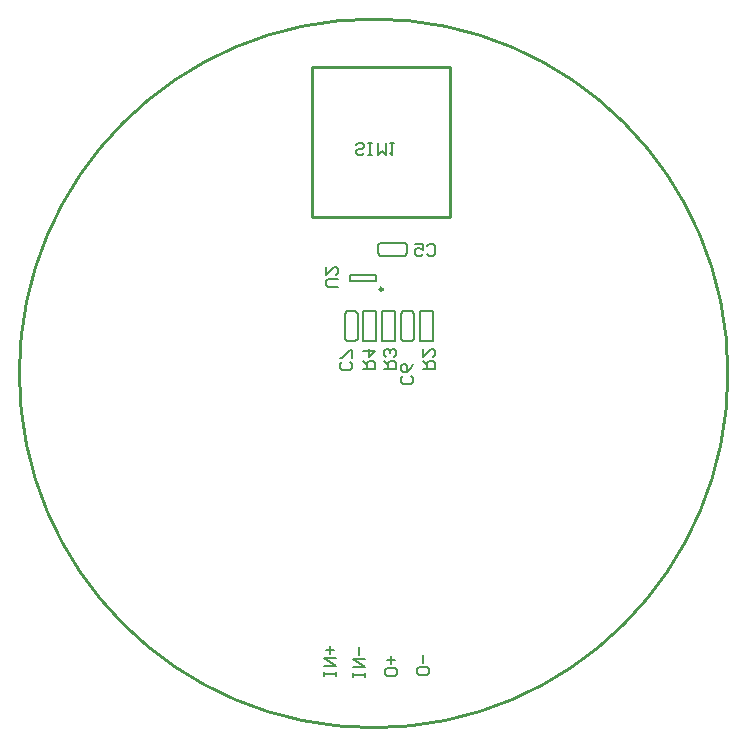
<source format=gbo>
%FSLAX25Y25*%
%MOIN*%
G70*
G01*
G75*
G04 Layer_Color=32896*
%ADD10C,0.02500*%
%ADD11R,0.11811X0.08661*%
%ADD12R,0.03347X0.02756*%
%ADD13R,0.02756X0.03347*%
%ADD14O,0.03543X0.01969*%
%ADD15O,0.03543X0.01969*%
%ADD16R,0.03543X0.01969*%
%ADD17R,0.01969X0.03150*%
%ADD18R,0.02362X0.03937*%
%ADD19O,0.02500X0.05500*%
%ADD20R,0.02500X0.05500*%
%ADD21R,0.03150X0.01969*%
%ADD22R,0.08661X0.11811*%
%ADD23O,0.05500X0.02500*%
%ADD24R,0.05500X0.02500*%
%ADD25R,0.02165X0.01181*%
%ADD26R,0.03150X0.01181*%
%ADD27R,0.01181X0.02165*%
%ADD28R,0.01181X0.03150*%
%ADD29R,0.03937X0.02362*%
%ADD30O,0.02362X0.07087*%
%ADD31O,0.07087X0.02362*%
%ADD32R,0.07000X0.03150*%
%ADD33R,0.07874X0.06000*%
%ADD34R,0.03937X0.03150*%
G04:AMPARAMS|DCode=35|XSize=35.43mil|YSize=157.48mil|CornerRadius=1.77mil|HoleSize=0mil|Usage=FLASHONLY|Rotation=300.000|XOffset=0mil|YOffset=0mil|HoleType=Round|Shape=RoundedRectangle|*
%AMROUNDEDRECTD35*
21,1,0.03543,0.15394,0,0,300.0*
21,1,0.03189,0.15748,0,0,300.0*
1,1,0.00354,-0.05868,-0.05229*
1,1,0.00354,-0.07463,-0.02468*
1,1,0.00354,0.05868,0.05229*
1,1,0.00354,0.07463,0.02468*
%
%ADD35ROUNDEDRECTD35*%
%ADD36C,0.02000*%
%ADD37C,0.07000*%
%ADD38C,0.00800*%
%ADD39C,0.01000*%
%ADD40C,0.04000*%
%ADD41C,0.05000*%
%ADD42C,0.03000*%
%ADD43R,0.07874X0.11811*%
%ADD44O,0.07874X0.11811*%
%ADD45R,0.05906X0.05906*%
%ADD46C,0.05906*%
%ADD47R,0.05906X0.05906*%
%ADD48C,0.06000*%
G04:AMPARAMS|DCode=49|XSize=51.18mil|YSize=173.23mil|CornerRadius=2.56mil|HoleSize=0mil|Usage=FLASHONLY|Rotation=300.000|XOffset=0mil|YOffset=0mil|HoleType=Round|Shape=RoundedRectangle|*
%AMROUNDEDRECTD49*
21,1,0.05118,0.16811,0,0,300.0*
21,1,0.04606,0.17323,0,0,300.0*
1,1,0.00512,-0.06128,-0.06197*
1,1,0.00512,-0.08431,-0.02208*
1,1,0.00512,0.06128,0.06197*
1,1,0.00512,0.08431,0.02208*
%
%ADD49ROUNDEDRECTD49*%
%ADD50C,0.03000*%
%ADD51C,0.02000*%
%ADD52C,0.05000*%
%ADD53R,0.01575X0.03347*%
%ADD54R,0.02756X0.08268*%
%ADD55R,0.02559X0.04843*%
%ADD56C,0.00500*%
%ADD57C,0.00787*%
%ADD58R,0.11811X0.01575*%
%ADD59R,0.01575X0.11811*%
%ADD60R,0.12611X0.09461*%
%ADD61R,0.04147X0.03556*%
%ADD62R,0.03556X0.04147*%
%ADD63O,0.04343X0.02769*%
%ADD64O,0.04343X0.02769*%
%ADD65R,0.04343X0.02769*%
%ADD66R,0.02769X0.03950*%
%ADD67R,0.03162X0.04737*%
%ADD68O,0.03300X0.06300*%
%ADD69R,0.03300X0.06300*%
%ADD70R,0.03950X0.02769*%
%ADD71R,0.09461X0.12611*%
%ADD72O,0.06300X0.03300*%
%ADD73R,0.06300X0.03300*%
%ADD74R,0.02965X0.01981*%
%ADD75R,0.03950X0.01981*%
%ADD76R,0.01981X0.02965*%
%ADD77R,0.01981X0.03950*%
%ADD78R,0.04737X0.03162*%
%ADD79O,0.03162X0.07887*%
%ADD80O,0.07887X0.03162*%
%ADD81R,0.07800X0.03950*%
%ADD82R,0.08674X0.06800*%
%ADD83R,0.04737X0.03950*%
G04:AMPARAMS|DCode=84|XSize=39.37mil|YSize=161.42mil|CornerRadius=1.97mil|HoleSize=0mil|Usage=FLASHONLY|Rotation=300.000|XOffset=0mil|YOffset=0mil|HoleType=Round|Shape=RoundedRectangle|*
%AMROUNDEDRECTD84*
21,1,0.03937,0.15748,0,0,300.0*
21,1,0.03543,0.16142,0,0,300.0*
1,1,0.00394,-0.05933,-0.05471*
1,1,0.00394,-0.07705,-0.02403*
1,1,0.00394,0.05933,0.05471*
1,1,0.00394,0.07705,0.02403*
%
%ADD84ROUNDEDRECTD84*%
%ADD85R,0.08674X0.12611*%
%ADD86O,0.08674X0.12611*%
%ADD87R,0.06706X0.06706*%
%ADD88C,0.06706*%
%ADD89R,0.06706X0.06706*%
%ADD90C,0.06800*%
G04:AMPARAMS|DCode=91|XSize=55.12mil|YSize=177.16mil|CornerRadius=2.76mil|HoleSize=0mil|Usage=FLASHONLY|Rotation=300.000|XOffset=0mil|YOffset=0mil|HoleType=Round|Shape=RoundedRectangle|*
%AMROUNDEDRECTD91*
21,1,0.05512,0.17165,0,0,300.0*
21,1,0.04961,0.17716,0,0,300.0*
1,1,0.00551,-0.06193,-0.06439*
1,1,0.00551,-0.08673,-0.02143*
1,1,0.00551,0.06193,0.06439*
1,1,0.00551,0.08673,0.02143*
%
%ADD91ROUNDEDRECTD91*%
%ADD92R,0.02375X0.04147*%
%ADD93R,0.03556X0.09068*%
%ADD94R,0.03359X0.05643*%
D38*
X431269Y299200D02*
X439931D01*
X431269D02*
Y301200D01*
X439931D01*
Y299200D02*
Y301200D01*
D39*
X442083Y296500D02*
G03*
X442083Y296500I-583J0D01*
G01*
X418400Y320600D02*
Y370700D01*
X464500D01*
Y320600D02*
Y370700D01*
X418400Y320600D02*
X464500D01*
X557110Y268500D02*
G03*
X557110Y268500I-118110J0D01*
G01*
D56*
X441213Y307735D02*
X449481D01*
X440426Y308522D02*
Y311278D01*
X450269Y308522D02*
Y311278D01*
X441213Y312065D02*
X449481D01*
X450269Y311278D01*
X449481Y307735D02*
X450269Y308522D01*
X440426D02*
X441213Y307735D01*
X440426Y311278D02*
X441213Y312065D01*
X448135Y280119D02*
Y288387D01*
X448922Y289174D02*
X451678D01*
X448922Y279331D02*
X451678D01*
X452465Y280119D02*
Y288387D01*
X451678Y279331D02*
X452465Y280119D01*
X448135D02*
X448922Y279331D01*
X448135Y288387D02*
X448922Y289174D01*
X451678D02*
X452465Y288387D01*
X429335Y280113D02*
Y288381D01*
X430122Y289169D02*
X432878D01*
X430122Y279326D02*
X432878D01*
X433665Y280113D02*
Y288381D01*
X432878Y279326D02*
X433665Y280113D01*
X429335D02*
X430122Y279326D01*
X429335Y288381D02*
X430122Y289169D01*
X432878D02*
X433665Y288381D01*
X435585Y279326D02*
Y289169D01*
X439915Y279326D02*
Y289169D01*
X435585D02*
X439915D01*
X435585Y279326D02*
X439915D01*
X441835D02*
Y289169D01*
X446165Y279326D02*
Y289169D01*
X441835D02*
X446165D01*
X441835Y279326D02*
X446165D01*
X454335D02*
Y289169D01*
X458665Y279326D02*
Y289169D01*
X454335D02*
X458665D01*
X454335Y279326D02*
X458665D01*
X427199Y297400D02*
X423866D01*
X423200Y298066D01*
Y299399D01*
X423866Y300066D01*
X427199D01*
X423200Y304064D02*
Y301399D01*
X425866Y304064D01*
X426532D01*
X427199Y303398D01*
Y302065D01*
X426532Y301399D01*
X435866Y342068D02*
X435199Y341401D01*
X433866D01*
X433200Y342068D01*
Y342734D01*
X433866Y343401D01*
X435199D01*
X435866Y344067D01*
Y344734D01*
X435199Y345400D01*
X433866D01*
X433200Y344734D01*
X437199Y341401D02*
X438532D01*
X437865D01*
Y345400D01*
X437199D01*
X438532D01*
X440531D02*
Y341401D01*
X441864Y342734D01*
X443197Y341401D01*
Y345400D01*
X444530D02*
X445863D01*
X445196D01*
Y341401D01*
X444530Y342068D01*
X455600Y270000D02*
X459599D01*
Y271999D01*
X458932Y272666D01*
X457599D01*
X456933Y271999D01*
Y270000D01*
Y271333D02*
X455600Y272666D01*
Y276664D02*
Y273999D01*
X458266Y276664D01*
X458932D01*
X459599Y275998D01*
Y274665D01*
X458932Y273999D01*
X435300Y269900D02*
X439299D01*
Y271899D01*
X438632Y272566D01*
X437299D01*
X436633Y271899D01*
Y269900D01*
Y271233D02*
X435300Y272566D01*
Y275898D02*
X439299D01*
X437299Y273899D01*
Y276565D01*
X442500Y270100D02*
X446499D01*
Y272099D01*
X445832Y272766D01*
X444499D01*
X443833Y272099D01*
Y270100D01*
Y271433D02*
X442500Y272766D01*
X445832Y274099D02*
X446499Y274765D01*
Y276098D01*
X445832Y276764D01*
X445166D01*
X444499Y276098D01*
Y275432D01*
Y276098D01*
X443833Y276764D01*
X443166D01*
X442500Y276098D01*
Y274765D01*
X443166Y274099D01*
X451532Y267766D02*
X452199Y267099D01*
Y265766D01*
X451532Y265100D01*
X448866D01*
X448200Y265766D01*
Y267099D01*
X448866Y267766D01*
X452199Y271764D02*
X451532Y270432D01*
X450199Y269099D01*
X448866D01*
X448200Y269765D01*
Y271098D01*
X448866Y271764D01*
X449533D01*
X450199Y271098D01*
Y269099D01*
X456734Y311032D02*
X457401Y311699D01*
X458734D01*
X459400Y311032D01*
Y308366D01*
X458734Y307700D01*
X457401D01*
X456734Y308366D01*
X452736Y311699D02*
X455401D01*
Y309699D01*
X454068Y310366D01*
X453402D01*
X452736Y309699D01*
Y308366D01*
X453402Y307700D01*
X454735D01*
X455401Y308366D01*
X431032Y272166D02*
X431699Y271499D01*
Y270166D01*
X431032Y269500D01*
X428366D01*
X427700Y270166D01*
Y271499D01*
X428366Y272166D01*
X431699Y273499D02*
Y276165D01*
X431032D01*
X428366Y273499D01*
X427700D01*
X457499Y169999D02*
Y168667D01*
X456832Y168000D01*
X454166D01*
X453500Y168667D01*
Y169999D01*
X454166Y170666D01*
X456832D01*
X457499Y169999D01*
X455499Y171999D02*
Y174664D01*
X446899Y169499D02*
Y168166D01*
X446232Y167500D01*
X443566D01*
X442900Y168166D01*
Y169499D01*
X443566Y170166D01*
X446232D01*
X446899Y169499D01*
X444899Y171499D02*
Y174164D01*
X446232Y172832D02*
X443566D01*
X436099Y167300D02*
Y168633D01*
Y167966D01*
X432100D01*
Y167300D01*
Y168633D01*
Y170632D02*
X436099D01*
X432100Y173298D01*
X436099D01*
X434099Y174631D02*
Y177297D01*
X426299Y167600D02*
Y168933D01*
Y168266D01*
X422300D01*
Y167600D01*
Y168933D01*
Y170932D02*
X426299D01*
X422300Y173598D01*
X426299D01*
X424299Y174931D02*
Y177597D01*
X425632Y176264D02*
X422966D01*
M02*

</source>
